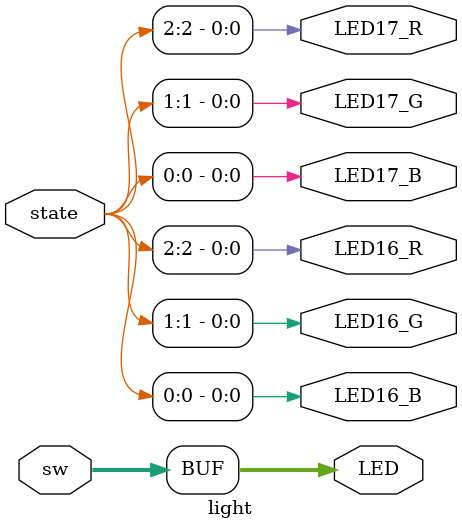
<source format=v>
`timescale 1ns / 1ps

module light(
    input [2:0] state,
    input [1:0] sw,
    output [1:0] LED,
    output LED16_B,
    output LED16_G,
    output LED16_R,
    output LED17_B,
    output LED17_G,
    output LED17_R
    );
    
    assign LED16_B = state[0];
    assign LED17_B = state[0];
    assign LED16_R = state[2];
    assign LED17_R = state[2];
    assign LED16_G = state[1];
    assign LED17_G = state[1];
    assign LED[0] = sw[0];
    assign LED[1] = sw[1];


endmodule

</source>
